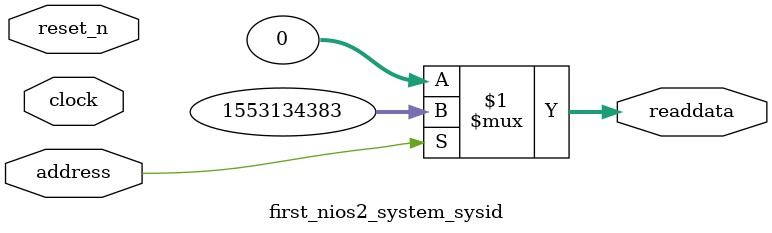
<source format=v>

`timescale 1ns / 1ps
// synthesis translate_on

// turn off superfluous verilog processor warnings 
// altera message_level Level1 
// altera message_off 10034 10035 10036 10037 10230 10240 10030 

module first_nios2_system_sysid (
               // inputs:
                address,
                clock,
                reset_n,

               // outputs:
                readdata
             )
;

  output  [ 31: 0] readdata;
  input            address;
  input            clock;
  input            reset_n;

  wire    [ 31: 0] readdata;
  //control_slave, which is an e_avalon_slave
  assign readdata = address ? 1553134383 : 0;

endmodule




</source>
